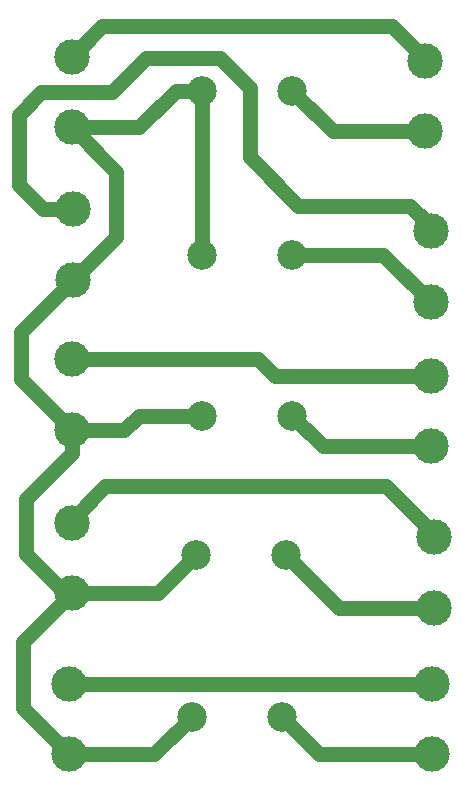
<source format=gbr>
G04 DipTrace 4.0.0.5*
G04 pistas isoc.gbr*
%MOMM*%
G04 #@! TF.FileFunction,Copper,L2,Bot*
G04 #@! TF.Part,Single*
G04 #@! TA.AperFunction,Conductor*
%ADD13C,1.3*%
G04 #@! TA.AperFunction,ComponentPad*
%ADD14C,3.0*%
%ADD17C,2.5*%
%ADD20C,2.5*%
%FSLAX35Y35*%
G04*
G71*
G90*
G75*
G01*
G04 Bottom*
%LPD*%
X784230Y6475623D2*
D13*
X1040534Y6731927D1*
X3493486D1*
X3773240Y6452173D1*
Y6441620D1*
X2651567Y6186860D2*
X2996807Y5841620D1*
X3773240D1*
X1801913Y885027D2*
X1483963Y567077D1*
X762217D1*
X1889567Y3435758D2*
X1352835D1*
X1229437Y3312360D1*
X786013D1*
X1889567Y6186860D2*
X1888920Y4797167D1*
X786013Y3312360D2*
Y3117803D1*
X394800Y2726590D1*
Y2265103D1*
X784230Y1875673D1*
Y1929663D1*
X796753Y4584140D2*
X1161757Y4949143D1*
Y5498097D1*
X784230Y5875623D1*
Y1929663D2*
X1513940D1*
X1839477Y2255200D1*
X762217Y567077D2*
X373150Y956143D1*
Y1518583D1*
X784230Y1929663D1*
X786013Y3312360D2*
X354334Y3744039D1*
Y4141721D1*
X796753Y4584140D1*
X784230Y5875623D2*
X1355747D1*
X1666983Y6186860D1*
X1889567D1*
X3823327Y4994533D2*
Y5040530D1*
X3652687Y5211170D1*
X2701683D1*
X2291653Y5621200D1*
Y6210994D1*
X2042849Y6459798D1*
X1414081D1*
X1126158Y6171875D1*
X527895D1*
X336383Y5980363D1*
Y5390360D1*
X542603Y5184140D1*
X796753D1*
X2650920Y4797167D2*
X3420693D1*
X3823327Y4394533D1*
X786013Y3912360D2*
X2366703D1*
X2504443Y3774620D1*
X3823327D1*
X2651567Y3435777D2*
X2912723Y3174620D1*
X3823327D1*
X3850150Y2404443D2*
Y2430043D1*
X3444563Y2835630D1*
X1070943D1*
X784230Y2548917D1*
Y2529663D1*
X2601477Y2255200D2*
X3052233Y1804443D1*
X3850150D1*
X762217Y1167077D2*
X2532377D1*
X2532787Y1166667D1*
X3837630D1*
X2563913Y885027D2*
X2882273Y566667D1*
X3837630D1*
D14*
X784230Y5875623D3*
Y6475623D3*
X796753Y4584140D3*
Y5184140D3*
X786013Y3312360D3*
Y3912360D3*
X784230Y1929663D3*
Y2529663D3*
X762217Y567077D3*
Y1167077D3*
D17*
X1889567Y6186860D3*
D20*
X2651567D3*
D17*
X1888920Y4797167D3*
D20*
X2650920D3*
D17*
X1889567Y3435758D3*
D20*
X2651567Y3435775D3*
D17*
X1839477Y2255200D3*
D20*
X2601477D3*
D17*
X1801913Y885027D3*
D20*
X2563913D3*
D14*
X3823327Y4394533D3*
Y4994533D3*
Y3174620D3*
Y3774620D3*
X3850150Y1804443D3*
Y2404443D3*
X3837630Y566667D3*
Y1166667D3*
X3773240Y5841620D3*
Y6441620D3*
M02*

</source>
